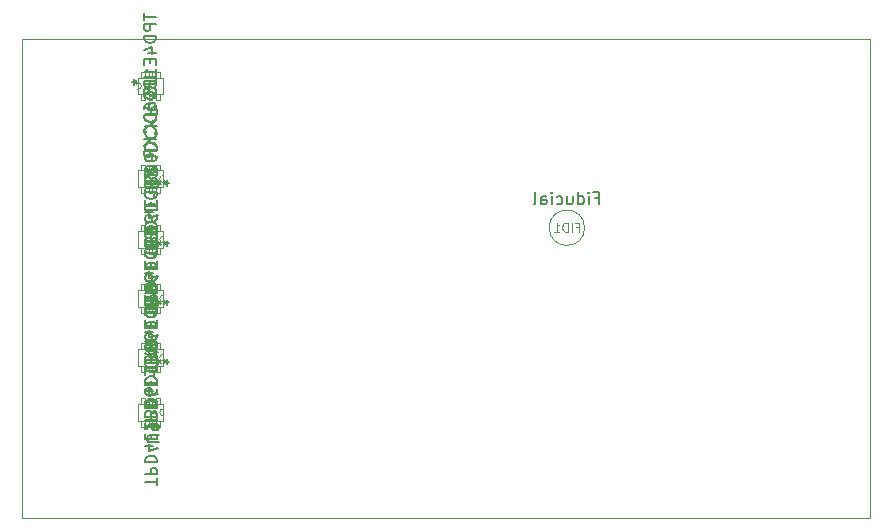
<source format=gbr>
%TF.GenerationSoftware,KiCad,Pcbnew,9.0.5-1.fc42*%
%TF.CreationDate,2025-11-21T18:00:38+01:00*%
%TF.ProjectId,bioamplifier,62696f61-6d70-46c6-9966-6965722e6b69,rev?*%
%TF.SameCoordinates,Original*%
%TF.FileFunction,AssemblyDrawing,Bot*%
%FSLAX46Y46*%
G04 Gerber Fmt 4.6, Leading zero omitted, Abs format (unit mm)*
G04 Created by KiCad (PCBNEW 9.0.5-1.fc42) date 2025-11-21 18:00:38*
%MOMM*%
%LPD*%
G01*
G04 APERTURE LIST*
%ADD10C,0.150000*%
%ADD11C,0.110000*%
%ADD12C,0.025400*%
%ADD13C,0.100000*%
%TA.AperFunction,Profile*%
%ADD14C,0.100000*%
%TD*%
G04 APERTURE END LIST*
D10*
X62045180Y-109779506D02*
X62045180Y-109208078D01*
X61045180Y-109493792D02*
X62045180Y-109493792D01*
X61045180Y-108874744D02*
X62045180Y-108874744D01*
X62045180Y-108874744D02*
X62045180Y-108493792D01*
X62045180Y-108493792D02*
X61997561Y-108398554D01*
X61997561Y-108398554D02*
X61949942Y-108350935D01*
X61949942Y-108350935D02*
X61854704Y-108303316D01*
X61854704Y-108303316D02*
X61711847Y-108303316D01*
X61711847Y-108303316D02*
X61616609Y-108350935D01*
X61616609Y-108350935D02*
X61568990Y-108398554D01*
X61568990Y-108398554D02*
X61521371Y-108493792D01*
X61521371Y-108493792D02*
X61521371Y-108874744D01*
X61045180Y-107874744D02*
X62045180Y-107874744D01*
X62045180Y-107874744D02*
X62045180Y-107636649D01*
X62045180Y-107636649D02*
X61997561Y-107493792D01*
X61997561Y-107493792D02*
X61902323Y-107398554D01*
X61902323Y-107398554D02*
X61807085Y-107350935D01*
X61807085Y-107350935D02*
X61616609Y-107303316D01*
X61616609Y-107303316D02*
X61473752Y-107303316D01*
X61473752Y-107303316D02*
X61283276Y-107350935D01*
X61283276Y-107350935D02*
X61188038Y-107398554D01*
X61188038Y-107398554D02*
X61092800Y-107493792D01*
X61092800Y-107493792D02*
X61045180Y-107636649D01*
X61045180Y-107636649D02*
X61045180Y-107874744D01*
X61711847Y-106446173D02*
X61045180Y-106446173D01*
X62092800Y-106684268D02*
X61378514Y-106922363D01*
X61378514Y-106922363D02*
X61378514Y-106303316D01*
X61568990Y-105922363D02*
X61568990Y-105589030D01*
X61045180Y-105446173D02*
X61045180Y-105922363D01*
X61045180Y-105922363D02*
X62045180Y-105922363D01*
X62045180Y-105922363D02*
X62045180Y-105446173D01*
X61045180Y-104493792D02*
X61045180Y-105065220D01*
X61045180Y-104779506D02*
X62045180Y-104779506D01*
X62045180Y-104779506D02*
X61902323Y-104874744D01*
X61902323Y-104874744D02*
X61807085Y-104969982D01*
X61807085Y-104969982D02*
X61759466Y-105065220D01*
X61568990Y-103731887D02*
X61521371Y-103589030D01*
X61521371Y-103589030D02*
X61473752Y-103541411D01*
X61473752Y-103541411D02*
X61378514Y-103493792D01*
X61378514Y-103493792D02*
X61235657Y-103493792D01*
X61235657Y-103493792D02*
X61140419Y-103541411D01*
X61140419Y-103541411D02*
X61092800Y-103589030D01*
X61092800Y-103589030D02*
X61045180Y-103684268D01*
X61045180Y-103684268D02*
X61045180Y-104065220D01*
X61045180Y-104065220D02*
X62045180Y-104065220D01*
X62045180Y-104065220D02*
X62045180Y-103731887D01*
X62045180Y-103731887D02*
X61997561Y-103636649D01*
X61997561Y-103636649D02*
X61949942Y-103589030D01*
X61949942Y-103589030D02*
X61854704Y-103541411D01*
X61854704Y-103541411D02*
X61759466Y-103541411D01*
X61759466Y-103541411D02*
X61664228Y-103589030D01*
X61664228Y-103589030D02*
X61616609Y-103636649D01*
X61616609Y-103636649D02*
X61568990Y-103731887D01*
X61568990Y-103731887D02*
X61568990Y-104065220D01*
X62045180Y-102874744D02*
X62045180Y-102779506D01*
X62045180Y-102779506D02*
X61997561Y-102684268D01*
X61997561Y-102684268D02*
X61949942Y-102636649D01*
X61949942Y-102636649D02*
X61854704Y-102589030D01*
X61854704Y-102589030D02*
X61664228Y-102541411D01*
X61664228Y-102541411D02*
X61426133Y-102541411D01*
X61426133Y-102541411D02*
X61235657Y-102589030D01*
X61235657Y-102589030D02*
X61140419Y-102636649D01*
X61140419Y-102636649D02*
X61092800Y-102684268D01*
X61092800Y-102684268D02*
X61045180Y-102779506D01*
X61045180Y-102779506D02*
X61045180Y-102874744D01*
X61045180Y-102874744D02*
X61092800Y-102969982D01*
X61092800Y-102969982D02*
X61140419Y-103017601D01*
X61140419Y-103017601D02*
X61235657Y-103065220D01*
X61235657Y-103065220D02*
X61426133Y-103112839D01*
X61426133Y-103112839D02*
X61664228Y-103112839D01*
X61664228Y-103112839D02*
X61854704Y-103065220D01*
X61854704Y-103065220D02*
X61949942Y-103017601D01*
X61949942Y-103017601D02*
X61997561Y-102969982D01*
X61997561Y-102969982D02*
X62045180Y-102874744D01*
X62045180Y-101684268D02*
X62045180Y-101874744D01*
X62045180Y-101874744D02*
X61997561Y-101969982D01*
X61997561Y-101969982D02*
X61949942Y-102017601D01*
X61949942Y-102017601D02*
X61807085Y-102112839D01*
X61807085Y-102112839D02*
X61616609Y-102160458D01*
X61616609Y-102160458D02*
X61235657Y-102160458D01*
X61235657Y-102160458D02*
X61140419Y-102112839D01*
X61140419Y-102112839D02*
X61092800Y-102065220D01*
X61092800Y-102065220D02*
X61045180Y-101969982D01*
X61045180Y-101969982D02*
X61045180Y-101779506D01*
X61045180Y-101779506D02*
X61092800Y-101684268D01*
X61092800Y-101684268D02*
X61140419Y-101636649D01*
X61140419Y-101636649D02*
X61235657Y-101589030D01*
X61235657Y-101589030D02*
X61473752Y-101589030D01*
X61473752Y-101589030D02*
X61568990Y-101636649D01*
X61568990Y-101636649D02*
X61616609Y-101684268D01*
X61616609Y-101684268D02*
X61664228Y-101779506D01*
X61664228Y-101779506D02*
X61664228Y-101969982D01*
X61664228Y-101969982D02*
X61616609Y-102065220D01*
X61616609Y-102065220D02*
X61568990Y-102112839D01*
X61568990Y-102112839D02*
X61473752Y-102160458D01*
X61045180Y-101160458D02*
X62045180Y-101160458D01*
X62045180Y-101160458D02*
X62045180Y-100922363D01*
X62045180Y-100922363D02*
X61997561Y-100779506D01*
X61997561Y-100779506D02*
X61902323Y-100684268D01*
X61902323Y-100684268D02*
X61807085Y-100636649D01*
X61807085Y-100636649D02*
X61616609Y-100589030D01*
X61616609Y-100589030D02*
X61473752Y-100589030D01*
X61473752Y-100589030D02*
X61283276Y-100636649D01*
X61283276Y-100636649D02*
X61188038Y-100684268D01*
X61188038Y-100684268D02*
X61092800Y-100779506D01*
X61092800Y-100779506D02*
X61045180Y-100922363D01*
X61045180Y-100922363D02*
X61045180Y-101160458D01*
X61140419Y-99589030D02*
X61092800Y-99636649D01*
X61092800Y-99636649D02*
X61045180Y-99779506D01*
X61045180Y-99779506D02*
X61045180Y-99874744D01*
X61045180Y-99874744D02*
X61092800Y-100017601D01*
X61092800Y-100017601D02*
X61188038Y-100112839D01*
X61188038Y-100112839D02*
X61283276Y-100160458D01*
X61283276Y-100160458D02*
X61473752Y-100208077D01*
X61473752Y-100208077D02*
X61616609Y-100208077D01*
X61616609Y-100208077D02*
X61807085Y-100160458D01*
X61807085Y-100160458D02*
X61902323Y-100112839D01*
X61902323Y-100112839D02*
X61997561Y-100017601D01*
X61997561Y-100017601D02*
X62045180Y-99874744D01*
X62045180Y-99874744D02*
X62045180Y-99779506D01*
X62045180Y-99779506D02*
X61997561Y-99636649D01*
X61997561Y-99636649D02*
X61949942Y-99589030D01*
X61045180Y-99160458D02*
X62045180Y-99160458D01*
X61045180Y-98589030D02*
X61616609Y-99017601D01*
X62045180Y-98589030D02*
X61473752Y-99160458D01*
X61045180Y-97589030D02*
X61521371Y-97922363D01*
X61045180Y-98160458D02*
X62045180Y-98160458D01*
X62045180Y-98160458D02*
X62045180Y-97779506D01*
X62045180Y-97779506D02*
X61997561Y-97684268D01*
X61997561Y-97684268D02*
X61949942Y-97636649D01*
X61949942Y-97636649D02*
X61854704Y-97589030D01*
X61854704Y-97589030D02*
X61711847Y-97589030D01*
X61711847Y-97589030D02*
X61616609Y-97636649D01*
X61616609Y-97636649D02*
X61568990Y-97684268D01*
X61568990Y-97684268D02*
X61521371Y-97779506D01*
X61521371Y-97779506D02*
X61521371Y-98160458D01*
X62220180Y-106148554D02*
X61410657Y-106148554D01*
X61410657Y-106148554D02*
X61315419Y-106100935D01*
X61315419Y-106100935D02*
X61267800Y-106053316D01*
X61267800Y-106053316D02*
X61220180Y-105958078D01*
X61220180Y-105958078D02*
X61220180Y-105767602D01*
X61220180Y-105767602D02*
X61267800Y-105672364D01*
X61267800Y-105672364D02*
X61315419Y-105624745D01*
X61315419Y-105624745D02*
X61410657Y-105577126D01*
X61410657Y-105577126D02*
X62220180Y-105577126D01*
X61220180Y-105053316D02*
X61220180Y-104862840D01*
X61220180Y-104862840D02*
X61267800Y-104767602D01*
X61267800Y-104767602D02*
X61315419Y-104719983D01*
X61315419Y-104719983D02*
X61458276Y-104624745D01*
X61458276Y-104624745D02*
X61648752Y-104577126D01*
X61648752Y-104577126D02*
X62029704Y-104577126D01*
X62029704Y-104577126D02*
X62124942Y-104624745D01*
X62124942Y-104624745D02*
X62172561Y-104672364D01*
X62172561Y-104672364D02*
X62220180Y-104767602D01*
X62220180Y-104767602D02*
X62220180Y-104958078D01*
X62220180Y-104958078D02*
X62172561Y-105053316D01*
X62172561Y-105053316D02*
X62124942Y-105100935D01*
X62124942Y-105100935D02*
X62029704Y-105148554D01*
X62029704Y-105148554D02*
X61791609Y-105148554D01*
X61791609Y-105148554D02*
X61696371Y-105100935D01*
X61696371Y-105100935D02*
X61648752Y-105053316D01*
X61648752Y-105053316D02*
X61601133Y-104958078D01*
X61601133Y-104958078D02*
X61601133Y-104767602D01*
X61601133Y-104767602D02*
X61648752Y-104672364D01*
X61648752Y-104672364D02*
X61696371Y-104624745D01*
X61696371Y-104624745D02*
X61791609Y-104577126D01*
X62045180Y-90006206D02*
X62045180Y-89434778D01*
X61045180Y-89720492D02*
X62045180Y-89720492D01*
X61045180Y-89101444D02*
X62045180Y-89101444D01*
X62045180Y-89101444D02*
X62045180Y-88720492D01*
X62045180Y-88720492D02*
X61997561Y-88625254D01*
X61997561Y-88625254D02*
X61949942Y-88577635D01*
X61949942Y-88577635D02*
X61854704Y-88530016D01*
X61854704Y-88530016D02*
X61711847Y-88530016D01*
X61711847Y-88530016D02*
X61616609Y-88577635D01*
X61616609Y-88577635D02*
X61568990Y-88625254D01*
X61568990Y-88625254D02*
X61521371Y-88720492D01*
X61521371Y-88720492D02*
X61521371Y-89101444D01*
X61045180Y-88101444D02*
X62045180Y-88101444D01*
X62045180Y-88101444D02*
X62045180Y-87863349D01*
X62045180Y-87863349D02*
X61997561Y-87720492D01*
X61997561Y-87720492D02*
X61902323Y-87625254D01*
X61902323Y-87625254D02*
X61807085Y-87577635D01*
X61807085Y-87577635D02*
X61616609Y-87530016D01*
X61616609Y-87530016D02*
X61473752Y-87530016D01*
X61473752Y-87530016D02*
X61283276Y-87577635D01*
X61283276Y-87577635D02*
X61188038Y-87625254D01*
X61188038Y-87625254D02*
X61092800Y-87720492D01*
X61092800Y-87720492D02*
X61045180Y-87863349D01*
X61045180Y-87863349D02*
X61045180Y-88101444D01*
X61711847Y-86672873D02*
X61045180Y-86672873D01*
X62092800Y-86910968D02*
X61378514Y-87149063D01*
X61378514Y-87149063D02*
X61378514Y-86530016D01*
X61568990Y-86149063D02*
X61568990Y-85815730D01*
X61045180Y-85672873D02*
X61045180Y-86149063D01*
X61045180Y-86149063D02*
X62045180Y-86149063D01*
X62045180Y-86149063D02*
X62045180Y-85672873D01*
X61045180Y-84720492D02*
X61045180Y-85291920D01*
X61045180Y-85006206D02*
X62045180Y-85006206D01*
X62045180Y-85006206D02*
X61902323Y-85101444D01*
X61902323Y-85101444D02*
X61807085Y-85196682D01*
X61807085Y-85196682D02*
X61759466Y-85291920D01*
X61568990Y-83958587D02*
X61521371Y-83815730D01*
X61521371Y-83815730D02*
X61473752Y-83768111D01*
X61473752Y-83768111D02*
X61378514Y-83720492D01*
X61378514Y-83720492D02*
X61235657Y-83720492D01*
X61235657Y-83720492D02*
X61140419Y-83768111D01*
X61140419Y-83768111D02*
X61092800Y-83815730D01*
X61092800Y-83815730D02*
X61045180Y-83910968D01*
X61045180Y-83910968D02*
X61045180Y-84291920D01*
X61045180Y-84291920D02*
X62045180Y-84291920D01*
X62045180Y-84291920D02*
X62045180Y-83958587D01*
X62045180Y-83958587D02*
X61997561Y-83863349D01*
X61997561Y-83863349D02*
X61949942Y-83815730D01*
X61949942Y-83815730D02*
X61854704Y-83768111D01*
X61854704Y-83768111D02*
X61759466Y-83768111D01*
X61759466Y-83768111D02*
X61664228Y-83815730D01*
X61664228Y-83815730D02*
X61616609Y-83863349D01*
X61616609Y-83863349D02*
X61568990Y-83958587D01*
X61568990Y-83958587D02*
X61568990Y-84291920D01*
X62045180Y-83101444D02*
X62045180Y-83006206D01*
X62045180Y-83006206D02*
X61997561Y-82910968D01*
X61997561Y-82910968D02*
X61949942Y-82863349D01*
X61949942Y-82863349D02*
X61854704Y-82815730D01*
X61854704Y-82815730D02*
X61664228Y-82768111D01*
X61664228Y-82768111D02*
X61426133Y-82768111D01*
X61426133Y-82768111D02*
X61235657Y-82815730D01*
X61235657Y-82815730D02*
X61140419Y-82863349D01*
X61140419Y-82863349D02*
X61092800Y-82910968D01*
X61092800Y-82910968D02*
X61045180Y-83006206D01*
X61045180Y-83006206D02*
X61045180Y-83101444D01*
X61045180Y-83101444D02*
X61092800Y-83196682D01*
X61092800Y-83196682D02*
X61140419Y-83244301D01*
X61140419Y-83244301D02*
X61235657Y-83291920D01*
X61235657Y-83291920D02*
X61426133Y-83339539D01*
X61426133Y-83339539D02*
X61664228Y-83339539D01*
X61664228Y-83339539D02*
X61854704Y-83291920D01*
X61854704Y-83291920D02*
X61949942Y-83244301D01*
X61949942Y-83244301D02*
X61997561Y-83196682D01*
X61997561Y-83196682D02*
X62045180Y-83101444D01*
X62045180Y-81910968D02*
X62045180Y-82101444D01*
X62045180Y-82101444D02*
X61997561Y-82196682D01*
X61997561Y-82196682D02*
X61949942Y-82244301D01*
X61949942Y-82244301D02*
X61807085Y-82339539D01*
X61807085Y-82339539D02*
X61616609Y-82387158D01*
X61616609Y-82387158D02*
X61235657Y-82387158D01*
X61235657Y-82387158D02*
X61140419Y-82339539D01*
X61140419Y-82339539D02*
X61092800Y-82291920D01*
X61092800Y-82291920D02*
X61045180Y-82196682D01*
X61045180Y-82196682D02*
X61045180Y-82006206D01*
X61045180Y-82006206D02*
X61092800Y-81910968D01*
X61092800Y-81910968D02*
X61140419Y-81863349D01*
X61140419Y-81863349D02*
X61235657Y-81815730D01*
X61235657Y-81815730D02*
X61473752Y-81815730D01*
X61473752Y-81815730D02*
X61568990Y-81863349D01*
X61568990Y-81863349D02*
X61616609Y-81910968D01*
X61616609Y-81910968D02*
X61664228Y-82006206D01*
X61664228Y-82006206D02*
X61664228Y-82196682D01*
X61664228Y-82196682D02*
X61616609Y-82291920D01*
X61616609Y-82291920D02*
X61568990Y-82339539D01*
X61568990Y-82339539D02*
X61473752Y-82387158D01*
X61045180Y-81387158D02*
X62045180Y-81387158D01*
X62045180Y-81387158D02*
X62045180Y-81149063D01*
X62045180Y-81149063D02*
X61997561Y-81006206D01*
X61997561Y-81006206D02*
X61902323Y-80910968D01*
X61902323Y-80910968D02*
X61807085Y-80863349D01*
X61807085Y-80863349D02*
X61616609Y-80815730D01*
X61616609Y-80815730D02*
X61473752Y-80815730D01*
X61473752Y-80815730D02*
X61283276Y-80863349D01*
X61283276Y-80863349D02*
X61188038Y-80910968D01*
X61188038Y-80910968D02*
X61092800Y-81006206D01*
X61092800Y-81006206D02*
X61045180Y-81149063D01*
X61045180Y-81149063D02*
X61045180Y-81387158D01*
X61140419Y-79815730D02*
X61092800Y-79863349D01*
X61092800Y-79863349D02*
X61045180Y-80006206D01*
X61045180Y-80006206D02*
X61045180Y-80101444D01*
X61045180Y-80101444D02*
X61092800Y-80244301D01*
X61092800Y-80244301D02*
X61188038Y-80339539D01*
X61188038Y-80339539D02*
X61283276Y-80387158D01*
X61283276Y-80387158D02*
X61473752Y-80434777D01*
X61473752Y-80434777D02*
X61616609Y-80434777D01*
X61616609Y-80434777D02*
X61807085Y-80387158D01*
X61807085Y-80387158D02*
X61902323Y-80339539D01*
X61902323Y-80339539D02*
X61997561Y-80244301D01*
X61997561Y-80244301D02*
X62045180Y-80101444D01*
X62045180Y-80101444D02*
X62045180Y-80006206D01*
X62045180Y-80006206D02*
X61997561Y-79863349D01*
X61997561Y-79863349D02*
X61949942Y-79815730D01*
X61045180Y-79387158D02*
X62045180Y-79387158D01*
X61045180Y-78815730D02*
X61616609Y-79244301D01*
X62045180Y-78815730D02*
X61473752Y-79387158D01*
X61045180Y-77815730D02*
X61521371Y-78149063D01*
X61045180Y-78387158D02*
X62045180Y-78387158D01*
X62045180Y-78387158D02*
X62045180Y-78006206D01*
X62045180Y-78006206D02*
X61997561Y-77910968D01*
X61997561Y-77910968D02*
X61949942Y-77863349D01*
X61949942Y-77863349D02*
X61854704Y-77815730D01*
X61854704Y-77815730D02*
X61711847Y-77815730D01*
X61711847Y-77815730D02*
X61616609Y-77863349D01*
X61616609Y-77863349D02*
X61568990Y-77910968D01*
X61568990Y-77910968D02*
X61521371Y-78006206D01*
X61521371Y-78006206D02*
X61521371Y-78387158D01*
X61958119Y-84193550D02*
X62196214Y-84193550D01*
X62100976Y-83955455D02*
X62196214Y-84193550D01*
X62196214Y-84193550D02*
X62100976Y-84431645D01*
X62386690Y-84050693D02*
X62196214Y-84193550D01*
X62196214Y-84193550D02*
X62386690Y-84336407D01*
X62045180Y-84625254D02*
X61235657Y-84625254D01*
X61235657Y-84625254D02*
X61140419Y-84577635D01*
X61140419Y-84577635D02*
X61092800Y-84530016D01*
X61092800Y-84530016D02*
X61045180Y-84434778D01*
X61045180Y-84434778D02*
X61045180Y-84244302D01*
X61045180Y-84244302D02*
X61092800Y-84149064D01*
X61092800Y-84149064D02*
X61140419Y-84101445D01*
X61140419Y-84101445D02*
X61235657Y-84053826D01*
X61235657Y-84053826D02*
X62045180Y-84053826D01*
X61949942Y-83625254D02*
X61997561Y-83577635D01*
X61997561Y-83577635D02*
X62045180Y-83482397D01*
X62045180Y-83482397D02*
X62045180Y-83244302D01*
X62045180Y-83244302D02*
X61997561Y-83149064D01*
X61997561Y-83149064D02*
X61949942Y-83101445D01*
X61949942Y-83101445D02*
X61854704Y-83053826D01*
X61854704Y-83053826D02*
X61759466Y-83053826D01*
X61759466Y-83053826D02*
X61616609Y-83101445D01*
X61616609Y-83101445D02*
X61045180Y-83672873D01*
X61045180Y-83672873D02*
X61045180Y-83053826D01*
X63048480Y-84193549D02*
X62810385Y-84193549D01*
X62905623Y-84431644D02*
X62810385Y-84193549D01*
X62810385Y-84193549D02*
X62905623Y-83955454D01*
X62619909Y-84336406D02*
X62810385Y-84193549D01*
X62810385Y-84193549D02*
X62619909Y-84050692D01*
X62045180Y-100142856D02*
X62045180Y-99571428D01*
X61045180Y-99857142D02*
X62045180Y-99857142D01*
X61045180Y-99238094D02*
X62045180Y-99238094D01*
X62045180Y-99238094D02*
X62045180Y-98857142D01*
X62045180Y-98857142D02*
X61997561Y-98761904D01*
X61997561Y-98761904D02*
X61949942Y-98714285D01*
X61949942Y-98714285D02*
X61854704Y-98666666D01*
X61854704Y-98666666D02*
X61711847Y-98666666D01*
X61711847Y-98666666D02*
X61616609Y-98714285D01*
X61616609Y-98714285D02*
X61568990Y-98761904D01*
X61568990Y-98761904D02*
X61521371Y-98857142D01*
X61521371Y-98857142D02*
X61521371Y-99238094D01*
X61045180Y-98238094D02*
X62045180Y-98238094D01*
X62045180Y-98238094D02*
X62045180Y-97999999D01*
X62045180Y-97999999D02*
X61997561Y-97857142D01*
X61997561Y-97857142D02*
X61902323Y-97761904D01*
X61902323Y-97761904D02*
X61807085Y-97714285D01*
X61807085Y-97714285D02*
X61616609Y-97666666D01*
X61616609Y-97666666D02*
X61473752Y-97666666D01*
X61473752Y-97666666D02*
X61283276Y-97714285D01*
X61283276Y-97714285D02*
X61188038Y-97761904D01*
X61188038Y-97761904D02*
X61092800Y-97857142D01*
X61092800Y-97857142D02*
X61045180Y-97999999D01*
X61045180Y-97999999D02*
X61045180Y-98238094D01*
X61711847Y-96809523D02*
X61045180Y-96809523D01*
X62092800Y-97047618D02*
X61378514Y-97285713D01*
X61378514Y-97285713D02*
X61378514Y-96666666D01*
X61568990Y-96285713D02*
X61568990Y-95952380D01*
X61045180Y-95809523D02*
X61045180Y-96285713D01*
X61045180Y-96285713D02*
X62045180Y-96285713D01*
X62045180Y-96285713D02*
X62045180Y-95809523D01*
X61045180Y-94857142D02*
X61045180Y-95428570D01*
X61045180Y-95142856D02*
X62045180Y-95142856D01*
X62045180Y-95142856D02*
X61902323Y-95238094D01*
X61902323Y-95238094D02*
X61807085Y-95333332D01*
X61807085Y-95333332D02*
X61759466Y-95428570D01*
X61568990Y-94095237D02*
X61521371Y-93952380D01*
X61521371Y-93952380D02*
X61473752Y-93904761D01*
X61473752Y-93904761D02*
X61378514Y-93857142D01*
X61378514Y-93857142D02*
X61235657Y-93857142D01*
X61235657Y-93857142D02*
X61140419Y-93904761D01*
X61140419Y-93904761D02*
X61092800Y-93952380D01*
X61092800Y-93952380D02*
X61045180Y-94047618D01*
X61045180Y-94047618D02*
X61045180Y-94428570D01*
X61045180Y-94428570D02*
X62045180Y-94428570D01*
X62045180Y-94428570D02*
X62045180Y-94095237D01*
X62045180Y-94095237D02*
X61997561Y-93999999D01*
X61997561Y-93999999D02*
X61949942Y-93952380D01*
X61949942Y-93952380D02*
X61854704Y-93904761D01*
X61854704Y-93904761D02*
X61759466Y-93904761D01*
X61759466Y-93904761D02*
X61664228Y-93952380D01*
X61664228Y-93952380D02*
X61616609Y-93999999D01*
X61616609Y-93999999D02*
X61568990Y-94095237D01*
X61568990Y-94095237D02*
X61568990Y-94428570D01*
X62045180Y-93238094D02*
X62045180Y-93142856D01*
X62045180Y-93142856D02*
X61997561Y-93047618D01*
X61997561Y-93047618D02*
X61949942Y-92999999D01*
X61949942Y-92999999D02*
X61854704Y-92952380D01*
X61854704Y-92952380D02*
X61664228Y-92904761D01*
X61664228Y-92904761D02*
X61426133Y-92904761D01*
X61426133Y-92904761D02*
X61235657Y-92952380D01*
X61235657Y-92952380D02*
X61140419Y-92999999D01*
X61140419Y-92999999D02*
X61092800Y-93047618D01*
X61092800Y-93047618D02*
X61045180Y-93142856D01*
X61045180Y-93142856D02*
X61045180Y-93238094D01*
X61045180Y-93238094D02*
X61092800Y-93333332D01*
X61092800Y-93333332D02*
X61140419Y-93380951D01*
X61140419Y-93380951D02*
X61235657Y-93428570D01*
X61235657Y-93428570D02*
X61426133Y-93476189D01*
X61426133Y-93476189D02*
X61664228Y-93476189D01*
X61664228Y-93476189D02*
X61854704Y-93428570D01*
X61854704Y-93428570D02*
X61949942Y-93380951D01*
X61949942Y-93380951D02*
X61997561Y-93333332D01*
X61997561Y-93333332D02*
X62045180Y-93238094D01*
X62045180Y-92047618D02*
X62045180Y-92238094D01*
X62045180Y-92238094D02*
X61997561Y-92333332D01*
X61997561Y-92333332D02*
X61949942Y-92380951D01*
X61949942Y-92380951D02*
X61807085Y-92476189D01*
X61807085Y-92476189D02*
X61616609Y-92523808D01*
X61616609Y-92523808D02*
X61235657Y-92523808D01*
X61235657Y-92523808D02*
X61140419Y-92476189D01*
X61140419Y-92476189D02*
X61092800Y-92428570D01*
X61092800Y-92428570D02*
X61045180Y-92333332D01*
X61045180Y-92333332D02*
X61045180Y-92142856D01*
X61045180Y-92142856D02*
X61092800Y-92047618D01*
X61092800Y-92047618D02*
X61140419Y-91999999D01*
X61140419Y-91999999D02*
X61235657Y-91952380D01*
X61235657Y-91952380D02*
X61473752Y-91952380D01*
X61473752Y-91952380D02*
X61568990Y-91999999D01*
X61568990Y-91999999D02*
X61616609Y-92047618D01*
X61616609Y-92047618D02*
X61664228Y-92142856D01*
X61664228Y-92142856D02*
X61664228Y-92333332D01*
X61664228Y-92333332D02*
X61616609Y-92428570D01*
X61616609Y-92428570D02*
X61568990Y-92476189D01*
X61568990Y-92476189D02*
X61473752Y-92523808D01*
X61045180Y-91523808D02*
X62045180Y-91523808D01*
X62045180Y-91523808D02*
X62045180Y-91285713D01*
X62045180Y-91285713D02*
X61997561Y-91142856D01*
X61997561Y-91142856D02*
X61902323Y-91047618D01*
X61902323Y-91047618D02*
X61807085Y-90999999D01*
X61807085Y-90999999D02*
X61616609Y-90952380D01*
X61616609Y-90952380D02*
X61473752Y-90952380D01*
X61473752Y-90952380D02*
X61283276Y-90999999D01*
X61283276Y-90999999D02*
X61188038Y-91047618D01*
X61188038Y-91047618D02*
X61092800Y-91142856D01*
X61092800Y-91142856D02*
X61045180Y-91285713D01*
X61045180Y-91285713D02*
X61045180Y-91523808D01*
X61140419Y-89952380D02*
X61092800Y-89999999D01*
X61092800Y-89999999D02*
X61045180Y-90142856D01*
X61045180Y-90142856D02*
X61045180Y-90238094D01*
X61045180Y-90238094D02*
X61092800Y-90380951D01*
X61092800Y-90380951D02*
X61188038Y-90476189D01*
X61188038Y-90476189D02*
X61283276Y-90523808D01*
X61283276Y-90523808D02*
X61473752Y-90571427D01*
X61473752Y-90571427D02*
X61616609Y-90571427D01*
X61616609Y-90571427D02*
X61807085Y-90523808D01*
X61807085Y-90523808D02*
X61902323Y-90476189D01*
X61902323Y-90476189D02*
X61997561Y-90380951D01*
X61997561Y-90380951D02*
X62045180Y-90238094D01*
X62045180Y-90238094D02*
X62045180Y-90142856D01*
X62045180Y-90142856D02*
X61997561Y-89999999D01*
X61997561Y-89999999D02*
X61949942Y-89952380D01*
X61045180Y-89523808D02*
X62045180Y-89523808D01*
X61045180Y-88952380D02*
X61616609Y-89380951D01*
X62045180Y-88952380D02*
X61473752Y-89523808D01*
X61045180Y-87952380D02*
X61521371Y-88285713D01*
X61045180Y-88523808D02*
X62045180Y-88523808D01*
X62045180Y-88523808D02*
X62045180Y-88142856D01*
X62045180Y-88142856D02*
X61997561Y-88047618D01*
X61997561Y-88047618D02*
X61949942Y-87999999D01*
X61949942Y-87999999D02*
X61854704Y-87952380D01*
X61854704Y-87952380D02*
X61711847Y-87952380D01*
X61711847Y-87952380D02*
X61616609Y-87999999D01*
X61616609Y-87999999D02*
X61568990Y-88047618D01*
X61568990Y-88047618D02*
X61521371Y-88142856D01*
X61521371Y-88142856D02*
X61521371Y-88523808D01*
X61958119Y-94330200D02*
X62196214Y-94330200D01*
X62100976Y-94092105D02*
X62196214Y-94330200D01*
X62196214Y-94330200D02*
X62100976Y-94568295D01*
X62386690Y-94187343D02*
X62196214Y-94330200D01*
X62196214Y-94330200D02*
X62386690Y-94473057D01*
X63048480Y-94330199D02*
X62810385Y-94330199D01*
X62905623Y-94568294D02*
X62810385Y-94330199D01*
X62810385Y-94330199D02*
X62905623Y-94092104D01*
X62619909Y-94473056D02*
X62810385Y-94330199D01*
X62810385Y-94330199D02*
X62619909Y-94187342D01*
X62045180Y-95238094D02*
X61235657Y-95238094D01*
X61235657Y-95238094D02*
X61140419Y-95190475D01*
X61140419Y-95190475D02*
X61092800Y-95142856D01*
X61092800Y-95142856D02*
X61045180Y-95047618D01*
X61045180Y-95047618D02*
X61045180Y-94857142D01*
X61045180Y-94857142D02*
X61092800Y-94761904D01*
X61092800Y-94761904D02*
X61140419Y-94714285D01*
X61140419Y-94714285D02*
X61235657Y-94666666D01*
X61235657Y-94666666D02*
X62045180Y-94666666D01*
X61045180Y-93666666D02*
X61045180Y-94238094D01*
X61045180Y-93952380D02*
X62045180Y-93952380D01*
X62045180Y-93952380D02*
X61902323Y-94047618D01*
X61902323Y-94047618D02*
X61807085Y-94142856D01*
X61807085Y-94142856D02*
X61759466Y-94238094D01*
X62045180Y-93047618D02*
X62045180Y-92952380D01*
X62045180Y-92952380D02*
X61997561Y-92857142D01*
X61997561Y-92857142D02*
X61949942Y-92809523D01*
X61949942Y-92809523D02*
X61854704Y-92761904D01*
X61854704Y-92761904D02*
X61664228Y-92714285D01*
X61664228Y-92714285D02*
X61426133Y-92714285D01*
X61426133Y-92714285D02*
X61235657Y-92761904D01*
X61235657Y-92761904D02*
X61140419Y-92809523D01*
X61140419Y-92809523D02*
X61092800Y-92857142D01*
X61092800Y-92857142D02*
X61045180Y-92952380D01*
X61045180Y-92952380D02*
X61045180Y-93047618D01*
X61045180Y-93047618D02*
X61092800Y-93142856D01*
X61092800Y-93142856D02*
X61140419Y-93190475D01*
X61140419Y-93190475D02*
X61235657Y-93238094D01*
X61235657Y-93238094D02*
X61426133Y-93285713D01*
X61426133Y-93285713D02*
X61664228Y-93285713D01*
X61664228Y-93285713D02*
X61854704Y-93238094D01*
X61854704Y-93238094D02*
X61949942Y-93190475D01*
X61949942Y-93190475D02*
X61997561Y-93142856D01*
X61997561Y-93142856D02*
X62045180Y-93047618D01*
X62045180Y-105142856D02*
X62045180Y-104571428D01*
X61045180Y-104857142D02*
X62045180Y-104857142D01*
X61045180Y-104238094D02*
X62045180Y-104238094D01*
X62045180Y-104238094D02*
X62045180Y-103857142D01*
X62045180Y-103857142D02*
X61997561Y-103761904D01*
X61997561Y-103761904D02*
X61949942Y-103714285D01*
X61949942Y-103714285D02*
X61854704Y-103666666D01*
X61854704Y-103666666D02*
X61711847Y-103666666D01*
X61711847Y-103666666D02*
X61616609Y-103714285D01*
X61616609Y-103714285D02*
X61568990Y-103761904D01*
X61568990Y-103761904D02*
X61521371Y-103857142D01*
X61521371Y-103857142D02*
X61521371Y-104238094D01*
X61045180Y-103238094D02*
X62045180Y-103238094D01*
X62045180Y-103238094D02*
X62045180Y-102999999D01*
X62045180Y-102999999D02*
X61997561Y-102857142D01*
X61997561Y-102857142D02*
X61902323Y-102761904D01*
X61902323Y-102761904D02*
X61807085Y-102714285D01*
X61807085Y-102714285D02*
X61616609Y-102666666D01*
X61616609Y-102666666D02*
X61473752Y-102666666D01*
X61473752Y-102666666D02*
X61283276Y-102714285D01*
X61283276Y-102714285D02*
X61188038Y-102761904D01*
X61188038Y-102761904D02*
X61092800Y-102857142D01*
X61092800Y-102857142D02*
X61045180Y-102999999D01*
X61045180Y-102999999D02*
X61045180Y-103238094D01*
X61711847Y-101809523D02*
X61045180Y-101809523D01*
X62092800Y-102047618D02*
X61378514Y-102285713D01*
X61378514Y-102285713D02*
X61378514Y-101666666D01*
X61568990Y-101285713D02*
X61568990Y-100952380D01*
X61045180Y-100809523D02*
X61045180Y-101285713D01*
X61045180Y-101285713D02*
X62045180Y-101285713D01*
X62045180Y-101285713D02*
X62045180Y-100809523D01*
X61045180Y-99857142D02*
X61045180Y-100428570D01*
X61045180Y-100142856D02*
X62045180Y-100142856D01*
X62045180Y-100142856D02*
X61902323Y-100238094D01*
X61902323Y-100238094D02*
X61807085Y-100333332D01*
X61807085Y-100333332D02*
X61759466Y-100428570D01*
X61568990Y-99095237D02*
X61521371Y-98952380D01*
X61521371Y-98952380D02*
X61473752Y-98904761D01*
X61473752Y-98904761D02*
X61378514Y-98857142D01*
X61378514Y-98857142D02*
X61235657Y-98857142D01*
X61235657Y-98857142D02*
X61140419Y-98904761D01*
X61140419Y-98904761D02*
X61092800Y-98952380D01*
X61092800Y-98952380D02*
X61045180Y-99047618D01*
X61045180Y-99047618D02*
X61045180Y-99428570D01*
X61045180Y-99428570D02*
X62045180Y-99428570D01*
X62045180Y-99428570D02*
X62045180Y-99095237D01*
X62045180Y-99095237D02*
X61997561Y-98999999D01*
X61997561Y-98999999D02*
X61949942Y-98952380D01*
X61949942Y-98952380D02*
X61854704Y-98904761D01*
X61854704Y-98904761D02*
X61759466Y-98904761D01*
X61759466Y-98904761D02*
X61664228Y-98952380D01*
X61664228Y-98952380D02*
X61616609Y-98999999D01*
X61616609Y-98999999D02*
X61568990Y-99095237D01*
X61568990Y-99095237D02*
X61568990Y-99428570D01*
X62045180Y-98238094D02*
X62045180Y-98142856D01*
X62045180Y-98142856D02*
X61997561Y-98047618D01*
X61997561Y-98047618D02*
X61949942Y-97999999D01*
X61949942Y-97999999D02*
X61854704Y-97952380D01*
X61854704Y-97952380D02*
X61664228Y-97904761D01*
X61664228Y-97904761D02*
X61426133Y-97904761D01*
X61426133Y-97904761D02*
X61235657Y-97952380D01*
X61235657Y-97952380D02*
X61140419Y-97999999D01*
X61140419Y-97999999D02*
X61092800Y-98047618D01*
X61092800Y-98047618D02*
X61045180Y-98142856D01*
X61045180Y-98142856D02*
X61045180Y-98238094D01*
X61045180Y-98238094D02*
X61092800Y-98333332D01*
X61092800Y-98333332D02*
X61140419Y-98380951D01*
X61140419Y-98380951D02*
X61235657Y-98428570D01*
X61235657Y-98428570D02*
X61426133Y-98476189D01*
X61426133Y-98476189D02*
X61664228Y-98476189D01*
X61664228Y-98476189D02*
X61854704Y-98428570D01*
X61854704Y-98428570D02*
X61949942Y-98380951D01*
X61949942Y-98380951D02*
X61997561Y-98333332D01*
X61997561Y-98333332D02*
X62045180Y-98238094D01*
X62045180Y-97047618D02*
X62045180Y-97238094D01*
X62045180Y-97238094D02*
X61997561Y-97333332D01*
X61997561Y-97333332D02*
X61949942Y-97380951D01*
X61949942Y-97380951D02*
X61807085Y-97476189D01*
X61807085Y-97476189D02*
X61616609Y-97523808D01*
X61616609Y-97523808D02*
X61235657Y-97523808D01*
X61235657Y-97523808D02*
X61140419Y-97476189D01*
X61140419Y-97476189D02*
X61092800Y-97428570D01*
X61092800Y-97428570D02*
X61045180Y-97333332D01*
X61045180Y-97333332D02*
X61045180Y-97142856D01*
X61045180Y-97142856D02*
X61092800Y-97047618D01*
X61092800Y-97047618D02*
X61140419Y-96999999D01*
X61140419Y-96999999D02*
X61235657Y-96952380D01*
X61235657Y-96952380D02*
X61473752Y-96952380D01*
X61473752Y-96952380D02*
X61568990Y-96999999D01*
X61568990Y-96999999D02*
X61616609Y-97047618D01*
X61616609Y-97047618D02*
X61664228Y-97142856D01*
X61664228Y-97142856D02*
X61664228Y-97333332D01*
X61664228Y-97333332D02*
X61616609Y-97428570D01*
X61616609Y-97428570D02*
X61568990Y-97476189D01*
X61568990Y-97476189D02*
X61473752Y-97523808D01*
X61045180Y-96523808D02*
X62045180Y-96523808D01*
X62045180Y-96523808D02*
X62045180Y-96285713D01*
X62045180Y-96285713D02*
X61997561Y-96142856D01*
X61997561Y-96142856D02*
X61902323Y-96047618D01*
X61902323Y-96047618D02*
X61807085Y-95999999D01*
X61807085Y-95999999D02*
X61616609Y-95952380D01*
X61616609Y-95952380D02*
X61473752Y-95952380D01*
X61473752Y-95952380D02*
X61283276Y-95999999D01*
X61283276Y-95999999D02*
X61188038Y-96047618D01*
X61188038Y-96047618D02*
X61092800Y-96142856D01*
X61092800Y-96142856D02*
X61045180Y-96285713D01*
X61045180Y-96285713D02*
X61045180Y-96523808D01*
X61140419Y-94952380D02*
X61092800Y-94999999D01*
X61092800Y-94999999D02*
X61045180Y-95142856D01*
X61045180Y-95142856D02*
X61045180Y-95238094D01*
X61045180Y-95238094D02*
X61092800Y-95380951D01*
X61092800Y-95380951D02*
X61188038Y-95476189D01*
X61188038Y-95476189D02*
X61283276Y-95523808D01*
X61283276Y-95523808D02*
X61473752Y-95571427D01*
X61473752Y-95571427D02*
X61616609Y-95571427D01*
X61616609Y-95571427D02*
X61807085Y-95523808D01*
X61807085Y-95523808D02*
X61902323Y-95476189D01*
X61902323Y-95476189D02*
X61997561Y-95380951D01*
X61997561Y-95380951D02*
X62045180Y-95238094D01*
X62045180Y-95238094D02*
X62045180Y-95142856D01*
X62045180Y-95142856D02*
X61997561Y-94999999D01*
X61997561Y-94999999D02*
X61949942Y-94952380D01*
X61045180Y-94523808D02*
X62045180Y-94523808D01*
X61045180Y-93952380D02*
X61616609Y-94380951D01*
X62045180Y-93952380D02*
X61473752Y-94523808D01*
X61045180Y-92952380D02*
X61521371Y-93285713D01*
X61045180Y-93523808D02*
X62045180Y-93523808D01*
X62045180Y-93523808D02*
X62045180Y-93142856D01*
X62045180Y-93142856D02*
X61997561Y-93047618D01*
X61997561Y-93047618D02*
X61949942Y-92999999D01*
X61949942Y-92999999D02*
X61854704Y-92952380D01*
X61854704Y-92952380D02*
X61711847Y-92952380D01*
X61711847Y-92952380D02*
X61616609Y-92999999D01*
X61616609Y-92999999D02*
X61568990Y-93047618D01*
X61568990Y-93047618D02*
X61521371Y-93142856D01*
X61521371Y-93142856D02*
X61521371Y-93523808D01*
X62045180Y-99761904D02*
X61235657Y-99761904D01*
X61235657Y-99761904D02*
X61140419Y-99714285D01*
X61140419Y-99714285D02*
X61092800Y-99666666D01*
X61092800Y-99666666D02*
X61045180Y-99571428D01*
X61045180Y-99571428D02*
X61045180Y-99380952D01*
X61045180Y-99380952D02*
X61092800Y-99285714D01*
X61092800Y-99285714D02*
X61140419Y-99238095D01*
X61140419Y-99238095D02*
X61235657Y-99190476D01*
X61235657Y-99190476D02*
X62045180Y-99190476D01*
X61711847Y-98285714D02*
X61045180Y-98285714D01*
X62092800Y-98523809D02*
X61378514Y-98761904D01*
X61378514Y-98761904D02*
X61378514Y-98142857D01*
X61958119Y-99330200D02*
X62196214Y-99330200D01*
X62100976Y-99092105D02*
X62196214Y-99330200D01*
X62196214Y-99330200D02*
X62100976Y-99568295D01*
X62386690Y-99187343D02*
X62196214Y-99330200D01*
X62196214Y-99330200D02*
X62386690Y-99473057D01*
X63048480Y-99330199D02*
X62810385Y-99330199D01*
X62905623Y-99568294D02*
X62810385Y-99330199D01*
X62810385Y-99330199D02*
X62905623Y-99092104D01*
X62619909Y-99473056D02*
X62810385Y-99330199D01*
X62810385Y-99330199D02*
X62619909Y-99187342D01*
X62045180Y-95142856D02*
X62045180Y-94571428D01*
X61045180Y-94857142D02*
X62045180Y-94857142D01*
X61045180Y-94238094D02*
X62045180Y-94238094D01*
X62045180Y-94238094D02*
X62045180Y-93857142D01*
X62045180Y-93857142D02*
X61997561Y-93761904D01*
X61997561Y-93761904D02*
X61949942Y-93714285D01*
X61949942Y-93714285D02*
X61854704Y-93666666D01*
X61854704Y-93666666D02*
X61711847Y-93666666D01*
X61711847Y-93666666D02*
X61616609Y-93714285D01*
X61616609Y-93714285D02*
X61568990Y-93761904D01*
X61568990Y-93761904D02*
X61521371Y-93857142D01*
X61521371Y-93857142D02*
X61521371Y-94238094D01*
X61045180Y-93238094D02*
X62045180Y-93238094D01*
X62045180Y-93238094D02*
X62045180Y-92999999D01*
X62045180Y-92999999D02*
X61997561Y-92857142D01*
X61997561Y-92857142D02*
X61902323Y-92761904D01*
X61902323Y-92761904D02*
X61807085Y-92714285D01*
X61807085Y-92714285D02*
X61616609Y-92666666D01*
X61616609Y-92666666D02*
X61473752Y-92666666D01*
X61473752Y-92666666D02*
X61283276Y-92714285D01*
X61283276Y-92714285D02*
X61188038Y-92761904D01*
X61188038Y-92761904D02*
X61092800Y-92857142D01*
X61092800Y-92857142D02*
X61045180Y-92999999D01*
X61045180Y-92999999D02*
X61045180Y-93238094D01*
X61711847Y-91809523D02*
X61045180Y-91809523D01*
X62092800Y-92047618D02*
X61378514Y-92285713D01*
X61378514Y-92285713D02*
X61378514Y-91666666D01*
X61568990Y-91285713D02*
X61568990Y-90952380D01*
X61045180Y-90809523D02*
X61045180Y-91285713D01*
X61045180Y-91285713D02*
X62045180Y-91285713D01*
X62045180Y-91285713D02*
X62045180Y-90809523D01*
X61045180Y-89857142D02*
X61045180Y-90428570D01*
X61045180Y-90142856D02*
X62045180Y-90142856D01*
X62045180Y-90142856D02*
X61902323Y-90238094D01*
X61902323Y-90238094D02*
X61807085Y-90333332D01*
X61807085Y-90333332D02*
X61759466Y-90428570D01*
X61568990Y-89095237D02*
X61521371Y-88952380D01*
X61521371Y-88952380D02*
X61473752Y-88904761D01*
X61473752Y-88904761D02*
X61378514Y-88857142D01*
X61378514Y-88857142D02*
X61235657Y-88857142D01*
X61235657Y-88857142D02*
X61140419Y-88904761D01*
X61140419Y-88904761D02*
X61092800Y-88952380D01*
X61092800Y-88952380D02*
X61045180Y-89047618D01*
X61045180Y-89047618D02*
X61045180Y-89428570D01*
X61045180Y-89428570D02*
X62045180Y-89428570D01*
X62045180Y-89428570D02*
X62045180Y-89095237D01*
X62045180Y-89095237D02*
X61997561Y-88999999D01*
X61997561Y-88999999D02*
X61949942Y-88952380D01*
X61949942Y-88952380D02*
X61854704Y-88904761D01*
X61854704Y-88904761D02*
X61759466Y-88904761D01*
X61759466Y-88904761D02*
X61664228Y-88952380D01*
X61664228Y-88952380D02*
X61616609Y-88999999D01*
X61616609Y-88999999D02*
X61568990Y-89095237D01*
X61568990Y-89095237D02*
X61568990Y-89428570D01*
X62045180Y-88238094D02*
X62045180Y-88142856D01*
X62045180Y-88142856D02*
X61997561Y-88047618D01*
X61997561Y-88047618D02*
X61949942Y-87999999D01*
X61949942Y-87999999D02*
X61854704Y-87952380D01*
X61854704Y-87952380D02*
X61664228Y-87904761D01*
X61664228Y-87904761D02*
X61426133Y-87904761D01*
X61426133Y-87904761D02*
X61235657Y-87952380D01*
X61235657Y-87952380D02*
X61140419Y-87999999D01*
X61140419Y-87999999D02*
X61092800Y-88047618D01*
X61092800Y-88047618D02*
X61045180Y-88142856D01*
X61045180Y-88142856D02*
X61045180Y-88238094D01*
X61045180Y-88238094D02*
X61092800Y-88333332D01*
X61092800Y-88333332D02*
X61140419Y-88380951D01*
X61140419Y-88380951D02*
X61235657Y-88428570D01*
X61235657Y-88428570D02*
X61426133Y-88476189D01*
X61426133Y-88476189D02*
X61664228Y-88476189D01*
X61664228Y-88476189D02*
X61854704Y-88428570D01*
X61854704Y-88428570D02*
X61949942Y-88380951D01*
X61949942Y-88380951D02*
X61997561Y-88333332D01*
X61997561Y-88333332D02*
X62045180Y-88238094D01*
X62045180Y-87047618D02*
X62045180Y-87238094D01*
X62045180Y-87238094D02*
X61997561Y-87333332D01*
X61997561Y-87333332D02*
X61949942Y-87380951D01*
X61949942Y-87380951D02*
X61807085Y-87476189D01*
X61807085Y-87476189D02*
X61616609Y-87523808D01*
X61616609Y-87523808D02*
X61235657Y-87523808D01*
X61235657Y-87523808D02*
X61140419Y-87476189D01*
X61140419Y-87476189D02*
X61092800Y-87428570D01*
X61092800Y-87428570D02*
X61045180Y-87333332D01*
X61045180Y-87333332D02*
X61045180Y-87142856D01*
X61045180Y-87142856D02*
X61092800Y-87047618D01*
X61092800Y-87047618D02*
X61140419Y-86999999D01*
X61140419Y-86999999D02*
X61235657Y-86952380D01*
X61235657Y-86952380D02*
X61473752Y-86952380D01*
X61473752Y-86952380D02*
X61568990Y-86999999D01*
X61568990Y-86999999D02*
X61616609Y-87047618D01*
X61616609Y-87047618D02*
X61664228Y-87142856D01*
X61664228Y-87142856D02*
X61664228Y-87333332D01*
X61664228Y-87333332D02*
X61616609Y-87428570D01*
X61616609Y-87428570D02*
X61568990Y-87476189D01*
X61568990Y-87476189D02*
X61473752Y-87523808D01*
X61045180Y-86523808D02*
X62045180Y-86523808D01*
X62045180Y-86523808D02*
X62045180Y-86285713D01*
X62045180Y-86285713D02*
X61997561Y-86142856D01*
X61997561Y-86142856D02*
X61902323Y-86047618D01*
X61902323Y-86047618D02*
X61807085Y-85999999D01*
X61807085Y-85999999D02*
X61616609Y-85952380D01*
X61616609Y-85952380D02*
X61473752Y-85952380D01*
X61473752Y-85952380D02*
X61283276Y-85999999D01*
X61283276Y-85999999D02*
X61188038Y-86047618D01*
X61188038Y-86047618D02*
X61092800Y-86142856D01*
X61092800Y-86142856D02*
X61045180Y-86285713D01*
X61045180Y-86285713D02*
X61045180Y-86523808D01*
X61140419Y-84952380D02*
X61092800Y-84999999D01*
X61092800Y-84999999D02*
X61045180Y-85142856D01*
X61045180Y-85142856D02*
X61045180Y-85238094D01*
X61045180Y-85238094D02*
X61092800Y-85380951D01*
X61092800Y-85380951D02*
X61188038Y-85476189D01*
X61188038Y-85476189D02*
X61283276Y-85523808D01*
X61283276Y-85523808D02*
X61473752Y-85571427D01*
X61473752Y-85571427D02*
X61616609Y-85571427D01*
X61616609Y-85571427D02*
X61807085Y-85523808D01*
X61807085Y-85523808D02*
X61902323Y-85476189D01*
X61902323Y-85476189D02*
X61997561Y-85380951D01*
X61997561Y-85380951D02*
X62045180Y-85238094D01*
X62045180Y-85238094D02*
X62045180Y-85142856D01*
X62045180Y-85142856D02*
X61997561Y-84999999D01*
X61997561Y-84999999D02*
X61949942Y-84952380D01*
X61045180Y-84523808D02*
X62045180Y-84523808D01*
X61045180Y-83952380D02*
X61616609Y-84380951D01*
X62045180Y-83952380D02*
X61473752Y-84523808D01*
X61045180Y-82952380D02*
X61521371Y-83285713D01*
X61045180Y-83523808D02*
X62045180Y-83523808D01*
X62045180Y-83523808D02*
X62045180Y-83142856D01*
X62045180Y-83142856D02*
X61997561Y-83047618D01*
X61997561Y-83047618D02*
X61949942Y-82999999D01*
X61949942Y-82999999D02*
X61854704Y-82952380D01*
X61854704Y-82952380D02*
X61711847Y-82952380D01*
X61711847Y-82952380D02*
X61616609Y-82999999D01*
X61616609Y-82999999D02*
X61568990Y-83047618D01*
X61568990Y-83047618D02*
X61521371Y-83142856D01*
X61521371Y-83142856D02*
X61521371Y-83523808D01*
X62045180Y-89761904D02*
X61235657Y-89761904D01*
X61235657Y-89761904D02*
X61140419Y-89714285D01*
X61140419Y-89714285D02*
X61092800Y-89666666D01*
X61092800Y-89666666D02*
X61045180Y-89571428D01*
X61045180Y-89571428D02*
X61045180Y-89380952D01*
X61045180Y-89380952D02*
X61092800Y-89285714D01*
X61092800Y-89285714D02*
X61140419Y-89238095D01*
X61140419Y-89238095D02*
X61235657Y-89190476D01*
X61235657Y-89190476D02*
X62045180Y-89190476D01*
X62045180Y-88809523D02*
X62045180Y-88190476D01*
X62045180Y-88190476D02*
X61664228Y-88523809D01*
X61664228Y-88523809D02*
X61664228Y-88380952D01*
X61664228Y-88380952D02*
X61616609Y-88285714D01*
X61616609Y-88285714D02*
X61568990Y-88238095D01*
X61568990Y-88238095D02*
X61473752Y-88190476D01*
X61473752Y-88190476D02*
X61235657Y-88190476D01*
X61235657Y-88190476D02*
X61140419Y-88238095D01*
X61140419Y-88238095D02*
X61092800Y-88285714D01*
X61092800Y-88285714D02*
X61045180Y-88380952D01*
X61045180Y-88380952D02*
X61045180Y-88666666D01*
X61045180Y-88666666D02*
X61092800Y-88761904D01*
X61092800Y-88761904D02*
X61140419Y-88809523D01*
X61958119Y-89330200D02*
X62196214Y-89330200D01*
X62100976Y-89092105D02*
X62196214Y-89330200D01*
X62196214Y-89330200D02*
X62100976Y-89568295D01*
X62386690Y-89187343D02*
X62196214Y-89330200D01*
X62196214Y-89330200D02*
X62386690Y-89473057D01*
X63048480Y-89330199D02*
X62810385Y-89330199D01*
X62905623Y-89568294D02*
X62810385Y-89330199D01*
X62810385Y-89330199D02*
X62905623Y-89092104D01*
X62619909Y-89473056D02*
X62810385Y-89330199D01*
X62810385Y-89330199D02*
X62619909Y-89187342D01*
X99130952Y-85481009D02*
X99464285Y-85481009D01*
X99464285Y-86004819D02*
X99464285Y-85004819D01*
X99464285Y-85004819D02*
X98988095Y-85004819D01*
X98607142Y-86004819D02*
X98607142Y-85338152D01*
X98607142Y-85004819D02*
X98654761Y-85052438D01*
X98654761Y-85052438D02*
X98607142Y-85100057D01*
X98607142Y-85100057D02*
X98559523Y-85052438D01*
X98559523Y-85052438D02*
X98607142Y-85004819D01*
X98607142Y-85004819D02*
X98607142Y-85100057D01*
X97702381Y-86004819D02*
X97702381Y-85004819D01*
X97702381Y-85957200D02*
X97797619Y-86004819D01*
X97797619Y-86004819D02*
X97988095Y-86004819D01*
X97988095Y-86004819D02*
X98083333Y-85957200D01*
X98083333Y-85957200D02*
X98130952Y-85909580D01*
X98130952Y-85909580D02*
X98178571Y-85814342D01*
X98178571Y-85814342D02*
X98178571Y-85528628D01*
X98178571Y-85528628D02*
X98130952Y-85433390D01*
X98130952Y-85433390D02*
X98083333Y-85385771D01*
X98083333Y-85385771D02*
X97988095Y-85338152D01*
X97988095Y-85338152D02*
X97797619Y-85338152D01*
X97797619Y-85338152D02*
X97702381Y-85385771D01*
X96797619Y-85338152D02*
X96797619Y-86004819D01*
X97226190Y-85338152D02*
X97226190Y-85861961D01*
X97226190Y-85861961D02*
X97178571Y-85957200D01*
X97178571Y-85957200D02*
X97083333Y-86004819D01*
X97083333Y-86004819D02*
X96940476Y-86004819D01*
X96940476Y-86004819D02*
X96845238Y-85957200D01*
X96845238Y-85957200D02*
X96797619Y-85909580D01*
X95892857Y-85957200D02*
X95988095Y-86004819D01*
X95988095Y-86004819D02*
X96178571Y-86004819D01*
X96178571Y-86004819D02*
X96273809Y-85957200D01*
X96273809Y-85957200D02*
X96321428Y-85909580D01*
X96321428Y-85909580D02*
X96369047Y-85814342D01*
X96369047Y-85814342D02*
X96369047Y-85528628D01*
X96369047Y-85528628D02*
X96321428Y-85433390D01*
X96321428Y-85433390D02*
X96273809Y-85385771D01*
X96273809Y-85385771D02*
X96178571Y-85338152D01*
X96178571Y-85338152D02*
X95988095Y-85338152D01*
X95988095Y-85338152D02*
X95892857Y-85385771D01*
X95464285Y-86004819D02*
X95464285Y-85338152D01*
X95464285Y-85004819D02*
X95511904Y-85052438D01*
X95511904Y-85052438D02*
X95464285Y-85100057D01*
X95464285Y-85100057D02*
X95416666Y-85052438D01*
X95416666Y-85052438D02*
X95464285Y-85004819D01*
X95464285Y-85004819D02*
X95464285Y-85100057D01*
X94559524Y-86004819D02*
X94559524Y-85481009D01*
X94559524Y-85481009D02*
X94607143Y-85385771D01*
X94607143Y-85385771D02*
X94702381Y-85338152D01*
X94702381Y-85338152D02*
X94892857Y-85338152D01*
X94892857Y-85338152D02*
X94988095Y-85385771D01*
X94559524Y-85957200D02*
X94654762Y-86004819D01*
X94654762Y-86004819D02*
X94892857Y-86004819D01*
X94892857Y-86004819D02*
X94988095Y-85957200D01*
X94988095Y-85957200D02*
X95035714Y-85861961D01*
X95035714Y-85861961D02*
X95035714Y-85766723D01*
X95035714Y-85766723D02*
X94988095Y-85671485D01*
X94988095Y-85671485D02*
X94892857Y-85623866D01*
X94892857Y-85623866D02*
X94654762Y-85623866D01*
X94654762Y-85623866D02*
X94559524Y-85576247D01*
X93940476Y-86004819D02*
X94035714Y-85957200D01*
X94035714Y-85957200D02*
X94083333Y-85861961D01*
X94083333Y-85861961D02*
X94083333Y-85004819D01*
D11*
X97553571Y-87948387D02*
X97803571Y-87948387D01*
X97803571Y-88341244D02*
X97803571Y-87591244D01*
X97803571Y-87591244D02*
X97446428Y-87591244D01*
X97160714Y-88341244D02*
X97160714Y-87591244D01*
X96803571Y-88341244D02*
X96803571Y-87591244D01*
X96803571Y-87591244D02*
X96625000Y-87591244D01*
X96625000Y-87591244D02*
X96517857Y-87626958D01*
X96517857Y-87626958D02*
X96446428Y-87698387D01*
X96446428Y-87698387D02*
X96410714Y-87769815D01*
X96410714Y-87769815D02*
X96375000Y-87912672D01*
X96375000Y-87912672D02*
X96375000Y-88019815D01*
X96375000Y-88019815D02*
X96410714Y-88162672D01*
X96410714Y-88162672D02*
X96446428Y-88234101D01*
X96446428Y-88234101D02*
X96517857Y-88305530D01*
X96517857Y-88305530D02*
X96625000Y-88341244D01*
X96625000Y-88341244D02*
X96803571Y-88341244D01*
X95660714Y-88341244D02*
X96089285Y-88341244D01*
X95875000Y-88341244D02*
X95875000Y-87591244D01*
X95875000Y-87591244D02*
X95946428Y-87698387D01*
X95946428Y-87698387D02*
X96017857Y-87769815D01*
X96017857Y-87769815D02*
X96089285Y-87805530D01*
D10*
X60954819Y-69857143D02*
X60954819Y-70428571D01*
X61954819Y-70142857D02*
X60954819Y-70142857D01*
X61954819Y-70761905D02*
X60954819Y-70761905D01*
X60954819Y-70761905D02*
X60954819Y-71142857D01*
X60954819Y-71142857D02*
X61002438Y-71238095D01*
X61002438Y-71238095D02*
X61050057Y-71285714D01*
X61050057Y-71285714D02*
X61145295Y-71333333D01*
X61145295Y-71333333D02*
X61288152Y-71333333D01*
X61288152Y-71333333D02*
X61383390Y-71285714D01*
X61383390Y-71285714D02*
X61431009Y-71238095D01*
X61431009Y-71238095D02*
X61478628Y-71142857D01*
X61478628Y-71142857D02*
X61478628Y-70761905D01*
X61954819Y-71761905D02*
X60954819Y-71761905D01*
X60954819Y-71761905D02*
X60954819Y-72000000D01*
X60954819Y-72000000D02*
X61002438Y-72142857D01*
X61002438Y-72142857D02*
X61097676Y-72238095D01*
X61097676Y-72238095D02*
X61192914Y-72285714D01*
X61192914Y-72285714D02*
X61383390Y-72333333D01*
X61383390Y-72333333D02*
X61526247Y-72333333D01*
X61526247Y-72333333D02*
X61716723Y-72285714D01*
X61716723Y-72285714D02*
X61811961Y-72238095D01*
X61811961Y-72238095D02*
X61907200Y-72142857D01*
X61907200Y-72142857D02*
X61954819Y-72000000D01*
X61954819Y-72000000D02*
X61954819Y-71761905D01*
X61288152Y-73190476D02*
X61954819Y-73190476D01*
X60907200Y-72952381D02*
X61621485Y-72714286D01*
X61621485Y-72714286D02*
X61621485Y-73333333D01*
X61431009Y-73714286D02*
X61431009Y-74047619D01*
X61954819Y-74190476D02*
X61954819Y-73714286D01*
X61954819Y-73714286D02*
X60954819Y-73714286D01*
X60954819Y-73714286D02*
X60954819Y-74190476D01*
X61954819Y-75142857D02*
X61954819Y-74571429D01*
X61954819Y-74857143D02*
X60954819Y-74857143D01*
X60954819Y-74857143D02*
X61097676Y-74761905D01*
X61097676Y-74761905D02*
X61192914Y-74666667D01*
X61192914Y-74666667D02*
X61240533Y-74571429D01*
X61431009Y-75904762D02*
X61478628Y-76047619D01*
X61478628Y-76047619D02*
X61526247Y-76095238D01*
X61526247Y-76095238D02*
X61621485Y-76142857D01*
X61621485Y-76142857D02*
X61764342Y-76142857D01*
X61764342Y-76142857D02*
X61859580Y-76095238D01*
X61859580Y-76095238D02*
X61907200Y-76047619D01*
X61907200Y-76047619D02*
X61954819Y-75952381D01*
X61954819Y-75952381D02*
X61954819Y-75571429D01*
X61954819Y-75571429D02*
X60954819Y-75571429D01*
X60954819Y-75571429D02*
X60954819Y-75904762D01*
X60954819Y-75904762D02*
X61002438Y-76000000D01*
X61002438Y-76000000D02*
X61050057Y-76047619D01*
X61050057Y-76047619D02*
X61145295Y-76095238D01*
X61145295Y-76095238D02*
X61240533Y-76095238D01*
X61240533Y-76095238D02*
X61335771Y-76047619D01*
X61335771Y-76047619D02*
X61383390Y-76000000D01*
X61383390Y-76000000D02*
X61431009Y-75904762D01*
X61431009Y-75904762D02*
X61431009Y-75571429D01*
X60954819Y-76761905D02*
X60954819Y-76857143D01*
X60954819Y-76857143D02*
X61002438Y-76952381D01*
X61002438Y-76952381D02*
X61050057Y-77000000D01*
X61050057Y-77000000D02*
X61145295Y-77047619D01*
X61145295Y-77047619D02*
X61335771Y-77095238D01*
X61335771Y-77095238D02*
X61573866Y-77095238D01*
X61573866Y-77095238D02*
X61764342Y-77047619D01*
X61764342Y-77047619D02*
X61859580Y-77000000D01*
X61859580Y-77000000D02*
X61907200Y-76952381D01*
X61907200Y-76952381D02*
X61954819Y-76857143D01*
X61954819Y-76857143D02*
X61954819Y-76761905D01*
X61954819Y-76761905D02*
X61907200Y-76666667D01*
X61907200Y-76666667D02*
X61859580Y-76619048D01*
X61859580Y-76619048D02*
X61764342Y-76571429D01*
X61764342Y-76571429D02*
X61573866Y-76523810D01*
X61573866Y-76523810D02*
X61335771Y-76523810D01*
X61335771Y-76523810D02*
X61145295Y-76571429D01*
X61145295Y-76571429D02*
X61050057Y-76619048D01*
X61050057Y-76619048D02*
X61002438Y-76666667D01*
X61002438Y-76666667D02*
X60954819Y-76761905D01*
X60954819Y-77952381D02*
X60954819Y-77761905D01*
X60954819Y-77761905D02*
X61002438Y-77666667D01*
X61002438Y-77666667D02*
X61050057Y-77619048D01*
X61050057Y-77619048D02*
X61192914Y-77523810D01*
X61192914Y-77523810D02*
X61383390Y-77476191D01*
X61383390Y-77476191D02*
X61764342Y-77476191D01*
X61764342Y-77476191D02*
X61859580Y-77523810D01*
X61859580Y-77523810D02*
X61907200Y-77571429D01*
X61907200Y-77571429D02*
X61954819Y-77666667D01*
X61954819Y-77666667D02*
X61954819Y-77857143D01*
X61954819Y-77857143D02*
X61907200Y-77952381D01*
X61907200Y-77952381D02*
X61859580Y-78000000D01*
X61859580Y-78000000D02*
X61764342Y-78047619D01*
X61764342Y-78047619D02*
X61526247Y-78047619D01*
X61526247Y-78047619D02*
X61431009Y-78000000D01*
X61431009Y-78000000D02*
X61383390Y-77952381D01*
X61383390Y-77952381D02*
X61335771Y-77857143D01*
X61335771Y-77857143D02*
X61335771Y-77666667D01*
X61335771Y-77666667D02*
X61383390Y-77571429D01*
X61383390Y-77571429D02*
X61431009Y-77523810D01*
X61431009Y-77523810D02*
X61526247Y-77476191D01*
X61954819Y-78476191D02*
X60954819Y-78476191D01*
X60954819Y-78476191D02*
X60954819Y-78714286D01*
X60954819Y-78714286D02*
X61002438Y-78857143D01*
X61002438Y-78857143D02*
X61097676Y-78952381D01*
X61097676Y-78952381D02*
X61192914Y-79000000D01*
X61192914Y-79000000D02*
X61383390Y-79047619D01*
X61383390Y-79047619D02*
X61526247Y-79047619D01*
X61526247Y-79047619D02*
X61716723Y-79000000D01*
X61716723Y-79000000D02*
X61811961Y-78952381D01*
X61811961Y-78952381D02*
X61907200Y-78857143D01*
X61907200Y-78857143D02*
X61954819Y-78714286D01*
X61954819Y-78714286D02*
X61954819Y-78476191D01*
X61859580Y-80047619D02*
X61907200Y-80000000D01*
X61907200Y-80000000D02*
X61954819Y-79857143D01*
X61954819Y-79857143D02*
X61954819Y-79761905D01*
X61954819Y-79761905D02*
X61907200Y-79619048D01*
X61907200Y-79619048D02*
X61811961Y-79523810D01*
X61811961Y-79523810D02*
X61716723Y-79476191D01*
X61716723Y-79476191D02*
X61526247Y-79428572D01*
X61526247Y-79428572D02*
X61383390Y-79428572D01*
X61383390Y-79428572D02*
X61192914Y-79476191D01*
X61192914Y-79476191D02*
X61097676Y-79523810D01*
X61097676Y-79523810D02*
X61002438Y-79619048D01*
X61002438Y-79619048D02*
X60954819Y-79761905D01*
X60954819Y-79761905D02*
X60954819Y-79857143D01*
X60954819Y-79857143D02*
X61002438Y-80000000D01*
X61002438Y-80000000D02*
X61050057Y-80047619D01*
X61954819Y-80476191D02*
X60954819Y-80476191D01*
X61954819Y-81047619D02*
X61383390Y-80619048D01*
X60954819Y-81047619D02*
X61526247Y-80476191D01*
X61954819Y-82047619D02*
X61478628Y-81714286D01*
X61954819Y-81476191D02*
X60954819Y-81476191D01*
X60954819Y-81476191D02*
X60954819Y-81857143D01*
X60954819Y-81857143D02*
X61002438Y-81952381D01*
X61002438Y-81952381D02*
X61050057Y-82000000D01*
X61050057Y-82000000D02*
X61145295Y-82047619D01*
X61145295Y-82047619D02*
X61288152Y-82047619D01*
X61288152Y-82047619D02*
X61383390Y-82000000D01*
X61383390Y-82000000D02*
X61431009Y-81952381D01*
X61431009Y-81952381D02*
X61478628Y-81857143D01*
X61478628Y-81857143D02*
X61478628Y-81476191D01*
X59951519Y-75669800D02*
X60189614Y-75669800D01*
X60094376Y-75431705D02*
X60189614Y-75669800D01*
X60189614Y-75669800D02*
X60094376Y-75907895D01*
X60380090Y-75526943D02*
X60189614Y-75669800D01*
X60189614Y-75669800D02*
X60380090Y-75812657D01*
X60954819Y-75238095D02*
X61764342Y-75238095D01*
X61764342Y-75238095D02*
X61859580Y-75285714D01*
X61859580Y-75285714D02*
X61907200Y-75333333D01*
X61907200Y-75333333D02*
X61954819Y-75428571D01*
X61954819Y-75428571D02*
X61954819Y-75619047D01*
X61954819Y-75619047D02*
X61907200Y-75714285D01*
X61907200Y-75714285D02*
X61859580Y-75761904D01*
X61859580Y-75761904D02*
X61764342Y-75809523D01*
X61764342Y-75809523D02*
X60954819Y-75809523D01*
X60954819Y-76761904D02*
X60954819Y-76285714D01*
X60954819Y-76285714D02*
X61431009Y-76238095D01*
X61431009Y-76238095D02*
X61383390Y-76285714D01*
X61383390Y-76285714D02*
X61335771Y-76380952D01*
X61335771Y-76380952D02*
X61335771Y-76619047D01*
X61335771Y-76619047D02*
X61383390Y-76714285D01*
X61383390Y-76714285D02*
X61431009Y-76761904D01*
X61431009Y-76761904D02*
X61526247Y-76809523D01*
X61526247Y-76809523D02*
X61764342Y-76809523D01*
X61764342Y-76809523D02*
X61859580Y-76761904D01*
X61859580Y-76761904D02*
X61907200Y-76714285D01*
X61907200Y-76714285D02*
X61954819Y-76619047D01*
X61954819Y-76619047D02*
X61954819Y-76380952D01*
X61954819Y-76380952D02*
X61907200Y-76285714D01*
X61907200Y-76285714D02*
X61859580Y-76238095D01*
X59951519Y-75669800D02*
X60189614Y-75669800D01*
X60094376Y-75431705D02*
X60189614Y-75669800D01*
X60189614Y-75669800D02*
X60094376Y-75907895D01*
X60380090Y-75526943D02*
X60189614Y-75669800D01*
X60189614Y-75669800D02*
X60380090Y-75812657D01*
D12*
%TO.C,U9*%
X60420500Y-102925450D02*
X60420500Y-104347850D01*
X60420500Y-104347850D02*
X62579500Y-104347850D01*
X60697600Y-102430150D02*
X60697600Y-102925450D01*
X60697600Y-102925450D02*
X61002400Y-102925450D01*
X60697600Y-104347850D02*
X60697600Y-104843150D01*
X60697600Y-104843150D02*
X61002400Y-104843150D01*
X61002400Y-102430150D02*
X60697600Y-102430150D01*
X61002400Y-102925450D02*
X61002400Y-102430150D01*
X61002400Y-104347850D02*
X60697600Y-104347850D01*
X61002400Y-104843150D02*
X61002400Y-104347850D01*
X61347600Y-102430150D02*
X61347600Y-102925450D01*
X61347600Y-102925450D02*
X61652400Y-102925450D01*
X61347600Y-104347850D02*
X61347600Y-104843150D01*
X61347600Y-104843150D02*
X61652400Y-104843150D01*
X61652400Y-102430150D02*
X61347600Y-102430150D01*
X61652400Y-102925450D02*
X61652400Y-102430150D01*
X61652400Y-104347850D02*
X61347600Y-104347850D01*
X61652400Y-104843150D02*
X61652400Y-104347850D01*
X61997600Y-102430150D02*
X61997600Y-102925450D01*
X61997600Y-102925450D02*
X62302400Y-102925450D01*
X61997600Y-104347850D02*
X61997600Y-104843150D01*
X61997600Y-104843150D02*
X62302400Y-104843150D01*
X62302400Y-102430150D02*
X61997600Y-102430150D01*
X62302400Y-102925450D02*
X62302400Y-102430150D01*
X62302400Y-104347850D02*
X61997600Y-104347850D01*
X62302400Y-104843150D02*
X62302400Y-104347850D01*
X62579500Y-102925450D02*
X60420500Y-102925450D01*
X62579500Y-104347850D02*
X62579500Y-102925450D01*
X62579500Y-103941450D02*
G75*
G02*
X62579500Y-103331850I0J304800D01*
G01*
%TO.C,U2*%
X60420500Y-83152150D02*
X60420500Y-84574550D01*
X60420500Y-84574550D02*
X62579500Y-84574550D01*
X60697600Y-82656850D02*
X60697600Y-83152150D01*
X60697600Y-83152150D02*
X61002400Y-83152150D01*
X60697600Y-84574550D02*
X60697600Y-85069850D01*
X60697600Y-85069850D02*
X61002400Y-85069850D01*
X61002400Y-82656850D02*
X60697600Y-82656850D01*
X61002400Y-83152150D02*
X61002400Y-82656850D01*
X61002400Y-84574550D02*
X60697600Y-84574550D01*
X61002400Y-85069850D02*
X61002400Y-84574550D01*
X61347600Y-82656850D02*
X61347600Y-83152150D01*
X61347600Y-83152150D02*
X61652400Y-83152150D01*
X61347600Y-84574550D02*
X61347600Y-85069850D01*
X61347600Y-85069850D02*
X61652400Y-85069850D01*
X61652400Y-82656850D02*
X61347600Y-82656850D01*
X61652400Y-83152150D02*
X61652400Y-82656850D01*
X61652400Y-84574550D02*
X61347600Y-84574550D01*
X61652400Y-85069850D02*
X61652400Y-84574550D01*
X61997600Y-82656850D02*
X61997600Y-83152150D01*
X61997600Y-83152150D02*
X62302400Y-83152150D01*
X61997600Y-84574550D02*
X61997600Y-85069850D01*
X61997600Y-85069850D02*
X62302400Y-85069850D01*
X62302400Y-82656850D02*
X61997600Y-82656850D01*
X62302400Y-83152150D02*
X62302400Y-82656850D01*
X62302400Y-84574550D02*
X61997600Y-84574550D01*
X62302400Y-85069850D02*
X62302400Y-84574550D01*
X62579500Y-83152150D02*
X60420500Y-83152150D01*
X62579500Y-84574550D02*
X62579500Y-83152150D01*
X62579500Y-84168150D02*
G75*
G02*
X62579500Y-83558550I0J304800D01*
G01*
%TO.C,U10*%
X60420500Y-93288800D02*
X60420500Y-94711200D01*
X60420500Y-94711200D02*
X62579500Y-94711200D01*
X60697600Y-92793500D02*
X60697600Y-93288800D01*
X60697600Y-93288800D02*
X61002400Y-93288800D01*
X60697600Y-94711200D02*
X60697600Y-95206500D01*
X60697600Y-95206500D02*
X61002400Y-95206500D01*
X61002400Y-92793500D02*
X60697600Y-92793500D01*
X61002400Y-93288800D02*
X61002400Y-92793500D01*
X61002400Y-94711200D02*
X60697600Y-94711200D01*
X61002400Y-95206500D02*
X61002400Y-94711200D01*
X61347600Y-92793500D02*
X61347600Y-93288800D01*
X61347600Y-93288800D02*
X61652400Y-93288800D01*
X61347600Y-94711200D02*
X61347600Y-95206500D01*
X61347600Y-95206500D02*
X61652400Y-95206500D01*
X61652400Y-92793500D02*
X61347600Y-92793500D01*
X61652400Y-93288800D02*
X61652400Y-92793500D01*
X61652400Y-94711200D02*
X61347600Y-94711200D01*
X61652400Y-95206500D02*
X61652400Y-94711200D01*
X61997600Y-92793500D02*
X61997600Y-93288800D01*
X61997600Y-93288800D02*
X62302400Y-93288800D01*
X61997600Y-94711200D02*
X61997600Y-95206500D01*
X61997600Y-95206500D02*
X62302400Y-95206500D01*
X62302400Y-92793500D02*
X61997600Y-92793500D01*
X62302400Y-93288800D02*
X62302400Y-92793500D01*
X62302400Y-94711200D02*
X61997600Y-94711200D01*
X62302400Y-95206500D02*
X62302400Y-94711200D01*
X62579500Y-93288800D02*
X60420500Y-93288800D01*
X62579500Y-94711200D02*
X62579500Y-93288800D01*
X62579500Y-94304800D02*
G75*
G02*
X62579500Y-93695200I0J304800D01*
G01*
%TO.C,U4*%
X60420500Y-98288800D02*
X60420500Y-99711200D01*
X60420500Y-99711200D02*
X62579500Y-99711200D01*
X60697600Y-97793500D02*
X60697600Y-98288800D01*
X60697600Y-98288800D02*
X61002400Y-98288800D01*
X60697600Y-99711200D02*
X60697600Y-100206500D01*
X60697600Y-100206500D02*
X61002400Y-100206500D01*
X61002400Y-97793500D02*
X60697600Y-97793500D01*
X61002400Y-98288800D02*
X61002400Y-97793500D01*
X61002400Y-99711200D02*
X60697600Y-99711200D01*
X61002400Y-100206500D02*
X61002400Y-99711200D01*
X61347600Y-97793500D02*
X61347600Y-98288800D01*
X61347600Y-98288800D02*
X61652400Y-98288800D01*
X61347600Y-99711200D02*
X61347600Y-100206500D01*
X61347600Y-100206500D02*
X61652400Y-100206500D01*
X61652400Y-97793500D02*
X61347600Y-97793500D01*
X61652400Y-98288800D02*
X61652400Y-97793500D01*
X61652400Y-99711200D02*
X61347600Y-99711200D01*
X61652400Y-100206500D02*
X61652400Y-99711200D01*
X61997600Y-97793500D02*
X61997600Y-98288800D01*
X61997600Y-98288800D02*
X62302400Y-98288800D01*
X61997600Y-99711200D02*
X61997600Y-100206500D01*
X61997600Y-100206500D02*
X62302400Y-100206500D01*
X62302400Y-97793500D02*
X61997600Y-97793500D01*
X62302400Y-98288800D02*
X62302400Y-97793500D01*
X62302400Y-99711200D02*
X61997600Y-99711200D01*
X62302400Y-100206500D02*
X62302400Y-99711200D01*
X62579500Y-98288800D02*
X60420500Y-98288800D01*
X62579500Y-99711200D02*
X62579500Y-98288800D01*
X62579500Y-99304800D02*
G75*
G02*
X62579500Y-98695200I0J304800D01*
G01*
%TO.C,U3*%
X60420500Y-88288800D02*
X60420500Y-89711200D01*
X60420500Y-89711200D02*
X62579500Y-89711200D01*
X60697600Y-87793500D02*
X60697600Y-88288800D01*
X60697600Y-88288800D02*
X61002400Y-88288800D01*
X60697600Y-89711200D02*
X60697600Y-90206500D01*
X60697600Y-90206500D02*
X61002400Y-90206500D01*
X61002400Y-87793500D02*
X60697600Y-87793500D01*
X61002400Y-88288800D02*
X61002400Y-87793500D01*
X61002400Y-89711200D02*
X60697600Y-89711200D01*
X61002400Y-90206500D02*
X61002400Y-89711200D01*
X61347600Y-87793500D02*
X61347600Y-88288800D01*
X61347600Y-88288800D02*
X61652400Y-88288800D01*
X61347600Y-89711200D02*
X61347600Y-90206500D01*
X61347600Y-90206500D02*
X61652400Y-90206500D01*
X61652400Y-87793500D02*
X61347600Y-87793500D01*
X61652400Y-88288800D02*
X61652400Y-87793500D01*
X61652400Y-89711200D02*
X61347600Y-89711200D01*
X61652400Y-90206500D02*
X61652400Y-89711200D01*
X61997600Y-87793500D02*
X61997600Y-88288800D01*
X61997600Y-88288800D02*
X62302400Y-88288800D01*
X61997600Y-89711200D02*
X61997600Y-90206500D01*
X61997600Y-90206500D02*
X62302400Y-90206500D01*
X62302400Y-87793500D02*
X61997600Y-87793500D01*
X62302400Y-88288800D02*
X62302400Y-87793500D01*
X62302400Y-89711200D02*
X61997600Y-89711200D01*
X62302400Y-90206500D02*
X62302400Y-89711200D01*
X62579500Y-88288800D02*
X60420500Y-88288800D01*
X62579500Y-89711200D02*
X62579500Y-88288800D01*
X62579500Y-89304800D02*
G75*
G02*
X62579500Y-88695200I0J304800D01*
G01*
D13*
%TO.C,FID1*%
X98250000Y-88000000D02*
G75*
G02*
X95250000Y-88000000I-1500000J0D01*
G01*
X95250000Y-88000000D02*
G75*
G02*
X98250000Y-88000000I1500000J0D01*
G01*
D12*
%TO.C,U5*%
X60420500Y-75288800D02*
X60420500Y-76711200D01*
X60420500Y-76711200D02*
X62579500Y-76711200D01*
X60697600Y-74793500D02*
X60697600Y-75288800D01*
X60697600Y-75288800D02*
X61002400Y-75288800D01*
X60697600Y-76711200D02*
X60697600Y-77206500D01*
X60697600Y-77206500D02*
X61002400Y-77206500D01*
X61002400Y-74793500D02*
X60697600Y-74793500D01*
X61002400Y-75288800D02*
X61002400Y-74793500D01*
X61002400Y-76711200D02*
X60697600Y-76711200D01*
X61002400Y-77206500D02*
X61002400Y-76711200D01*
X61347600Y-74793500D02*
X61347600Y-75288800D01*
X61347600Y-75288800D02*
X61652400Y-75288800D01*
X61347600Y-76711200D02*
X61347600Y-77206500D01*
X61347600Y-77206500D02*
X61652400Y-77206500D01*
X61652400Y-74793500D02*
X61347600Y-74793500D01*
X61652400Y-75288800D02*
X61652400Y-74793500D01*
X61652400Y-76711200D02*
X61347600Y-76711200D01*
X61652400Y-77206500D02*
X61652400Y-76711200D01*
X61997600Y-74793500D02*
X61997600Y-75288800D01*
X61997600Y-75288800D02*
X62302400Y-75288800D01*
X61997600Y-76711200D02*
X61997600Y-77206500D01*
X61997600Y-77206500D02*
X62302400Y-77206500D01*
X62302400Y-74793500D02*
X61997600Y-74793500D01*
X62302400Y-75288800D02*
X62302400Y-74793500D01*
X62302400Y-76711200D02*
X61997600Y-76711200D01*
X62302400Y-77206500D02*
X62302400Y-76711200D01*
X62579500Y-75288800D02*
X60420500Y-75288800D01*
X62579500Y-76711200D02*
X62579500Y-75288800D01*
X60420500Y-75695200D02*
G75*
G02*
X60420500Y-76304800I0J-304800D01*
G01*
%TD*%
D14*
X50601596Y-72042903D02*
X122375000Y-72042903D01*
X122375000Y-112556276D01*
X50601596Y-112556276D01*
X50601596Y-72042903D01*
M02*

</source>
